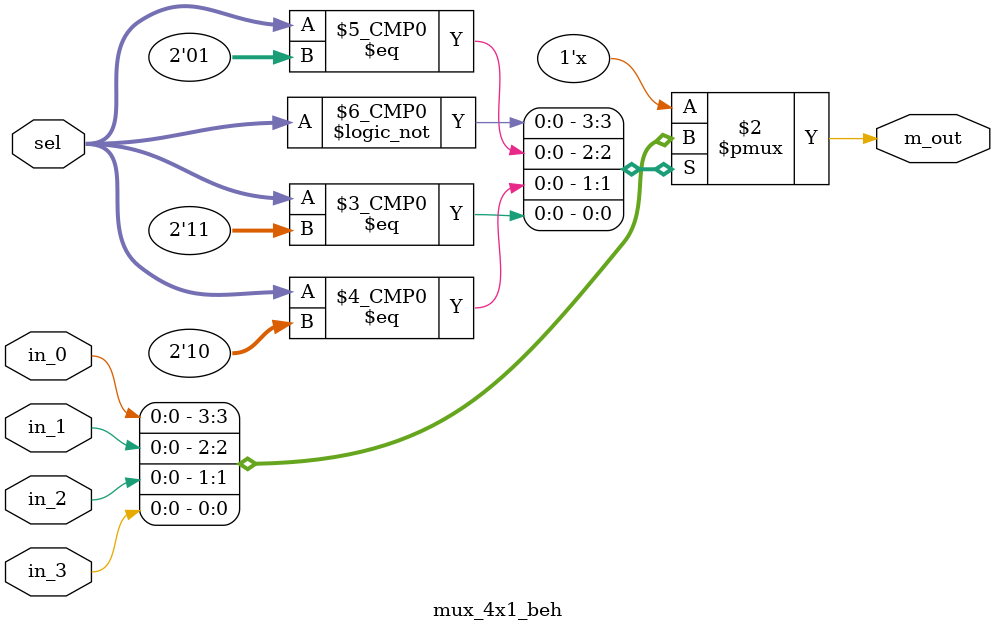
<source format=v>

module mux_4x1_beh(
    // OUTPUTS
    output reg m_out

    // INPUTS
    ,input in_0, in_1, in_2, in_3
    ,input [1:0] sel
    );

    always @(in_0, in_1, in_2, in_3, sel)
        case (sel)
            2'b00: m_out = in_0;
            2'b01: m_out = in_1;
            2'b10: m_out = in_2;
            2'b11: m_out = in_3;
        endcase
endmodule

</source>
